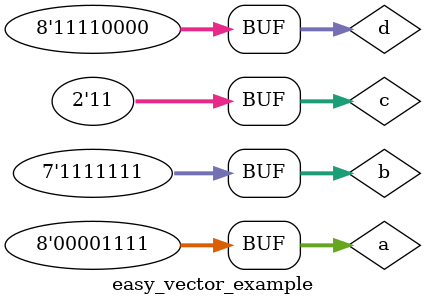
<source format=v>
module easy_vector_example();

	reg [7:0] a = 0;
	reg [6:0] b = 0;
	reg [7:0] d = 0;
	
	wire [1:0] c;
	
	
	assign c[1:0] = a[3:2];
	
	initial begin
		$monitor ("PROC2 a=%b, b=%b, c=%b, d=%b", a, b, c, d);
	end
	
	initial begin
		#1 a = 1;
		#1 a = 8'b1111_0101;
		#1 a = 8'b1111_1000;
		#1 a = 8'b0000_1000;
		#1 a = 8'b0;
		
		#1 b= 7'b111_1111;
		#1 d[3:0] = a[3:0];
		#1 d[7:4] = b[6:3];
		
		#1 a= 8'b0000_1111;
		#1 d= {a[3:0], b[3:0]}; //concatenación
		#1 d= {b[3:0], a[7:4]};
	end

endmodule
</source>
